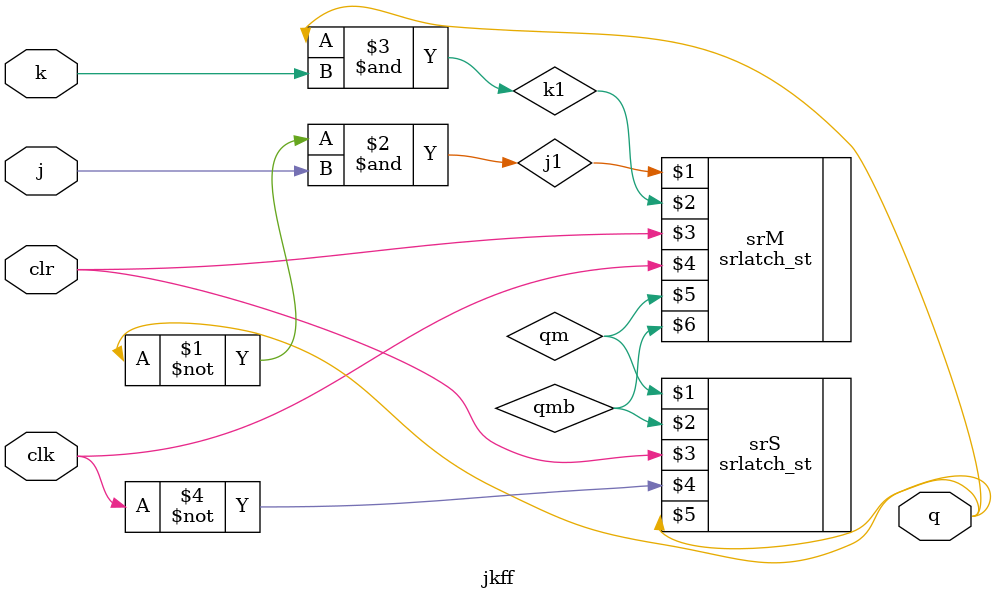
<source format=v>
module jkff
(input j,k,clr,clk,
output q);

and a1 (j1,~q,j);
and a2 (k1,q,k);

srlatch_st srM (j1,k1,clr,clk,qm,qmb);
srlatch_st srS (qm,qmb,clr,~clk,q);

endmodule 
</source>
